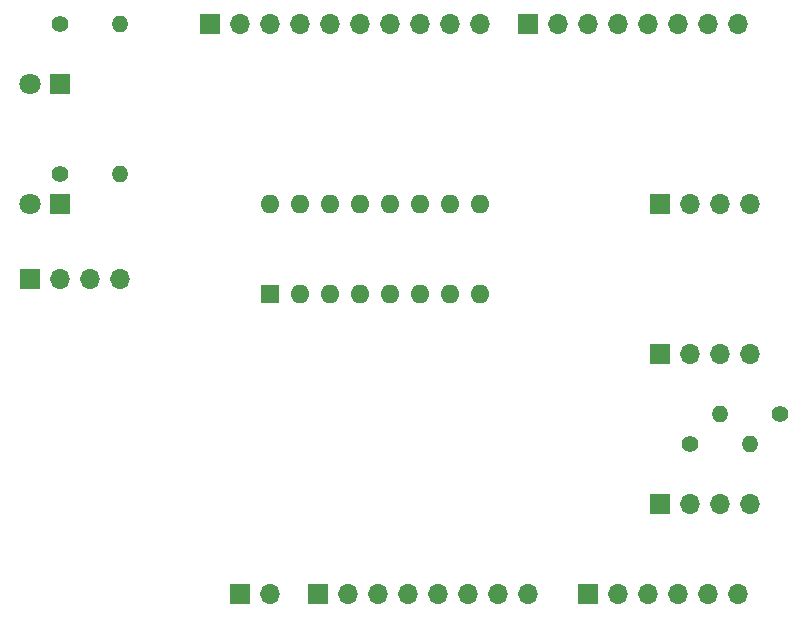
<source format=gts>
G04 #@! TF.GenerationSoftware,KiCad,Pcbnew,8.0.6*
G04 #@! TF.CreationDate,2024-11-11T09:26:18+01:00*
G04 #@! TF.ProjectId,lmwb_lochraster_arduino_L293D,6c6d7762-5f6c-46f6-9368-726173746572,V.0.1*
G04 #@! TF.SameCoordinates,Original*
G04 #@! TF.FileFunction,Soldermask,Top*
G04 #@! TF.FilePolarity,Negative*
%FSLAX46Y46*%
G04 Gerber Fmt 4.6, Leading zero omitted, Abs format (unit mm)*
G04 Created by KiCad (PCBNEW 8.0.6) date 2024-11-11 09:26:18*
%MOMM*%
%LPD*%
G01*
G04 APERTURE LIST*
%ADD10R,1.700000X1.700000*%
%ADD11O,1.700000X1.700000*%
%ADD12C,1.400000*%
%ADD13O,1.400000X1.400000*%
%ADD14R,1.600000X1.600000*%
%ADD15O,1.600000X1.600000*%
%ADD16R,1.800000X1.800000*%
%ADD17C,1.800000*%
G04 APERTURE END LIST*
D10*
X72644000Y-76200000D03*
D11*
X75184000Y-76200000D03*
X77724000Y-76200000D03*
X80264000Y-76200000D03*
X82804000Y-76200000D03*
X85344000Y-76200000D03*
X87884000Y-76200000D03*
X90424000Y-76200000D03*
D10*
X95504000Y-76200000D03*
D11*
X98044000Y-76200000D03*
X100584000Y-76200000D03*
X103124000Y-76200000D03*
X105664000Y-76200000D03*
X108204000Y-76200000D03*
D10*
X63500000Y-27940000D03*
D11*
X66040000Y-27940000D03*
X68580000Y-27940000D03*
X71120000Y-27940000D03*
X73660000Y-27940000D03*
X76200000Y-27940000D03*
X78740000Y-27940000D03*
X81280000Y-27940000D03*
X83820000Y-27940000D03*
X86360000Y-27940000D03*
D10*
X90424000Y-27940000D03*
D11*
X92964000Y-27940000D03*
X95504000Y-27940000D03*
X98044000Y-27940000D03*
X100584000Y-27940000D03*
X103124000Y-27940000D03*
X105664000Y-27940000D03*
X108204000Y-27940000D03*
D10*
X101600000Y-68580000D03*
D11*
X104140000Y-68580000D03*
X106680000Y-68580000D03*
X109220000Y-68580000D03*
D10*
X101600000Y-43180000D03*
D11*
X104140000Y-43180000D03*
X106679999Y-43180000D03*
X109220000Y-43180000D03*
D12*
X50850000Y-40640000D03*
D13*
X55929999Y-40640000D03*
D14*
X68580000Y-50800000D03*
D15*
X71120000Y-50800000D03*
X73659999Y-50800000D03*
X76200000Y-50800000D03*
X78740000Y-50800000D03*
X81280000Y-50800000D03*
X83820000Y-50800000D03*
X86360001Y-50800000D03*
X86360000Y-43180000D03*
X83820000Y-43180000D03*
X81280000Y-43180000D03*
X78740000Y-43180000D03*
X76200000Y-43180000D03*
X73660000Y-43180000D03*
X71120000Y-43180000D03*
X68580000Y-43180000D03*
D12*
X50800000Y-27940000D03*
D13*
X55879999Y-27940000D03*
D10*
X66040000Y-76200000D03*
D11*
X68580000Y-76200000D03*
D16*
X50800000Y-33020000D03*
D17*
X48260000Y-33020000D03*
D12*
X111760000Y-60960000D03*
D13*
X106680001Y-60960000D03*
D12*
X104140000Y-63500000D03*
D13*
X109220000Y-63500000D03*
D16*
X50800000Y-43180000D03*
D17*
X48260000Y-43180000D03*
D10*
X48260001Y-49530000D03*
D11*
X50800001Y-49530000D03*
X53340000Y-49530000D03*
X55880001Y-49530000D03*
D10*
X101600000Y-55880000D03*
D11*
X104140000Y-55880000D03*
X106679999Y-55880000D03*
X109220000Y-55880000D03*
M02*

</source>
